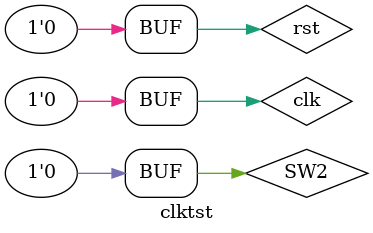
<source format=v>
`timescale 1ns / 1ps


module clktst;

	// Inputs
	reg clk;
	reg rst;
	reg SW2;

	// Outputs
	wire [31:0] clkdiv;
	wire Clk_CPU;
	wire clk_100mhz;

	// Instantiate the Unit Under Test (UUT)
	clk_div uut (
		.clk(clk), 
		.rst(rst), 
		.SW2(SW2), 
		.clkdiv(clkdiv), 
		.Clk_CPU(Clk_CPU), 
		.clk_100mhz(clk_100mhz)
	);

	initial begin
		// Initialize Inputs
		clk = 0;
		rst = 1;
		SW2 = 0;
		// Wait 100 ns for global reset to finish
		#100;
        rst=0;
		// Add stimulus here

	end
      always begin 
	  clk=1;#2.5;
	  clk=0;#2.5;
	  end
endmodule


</source>
